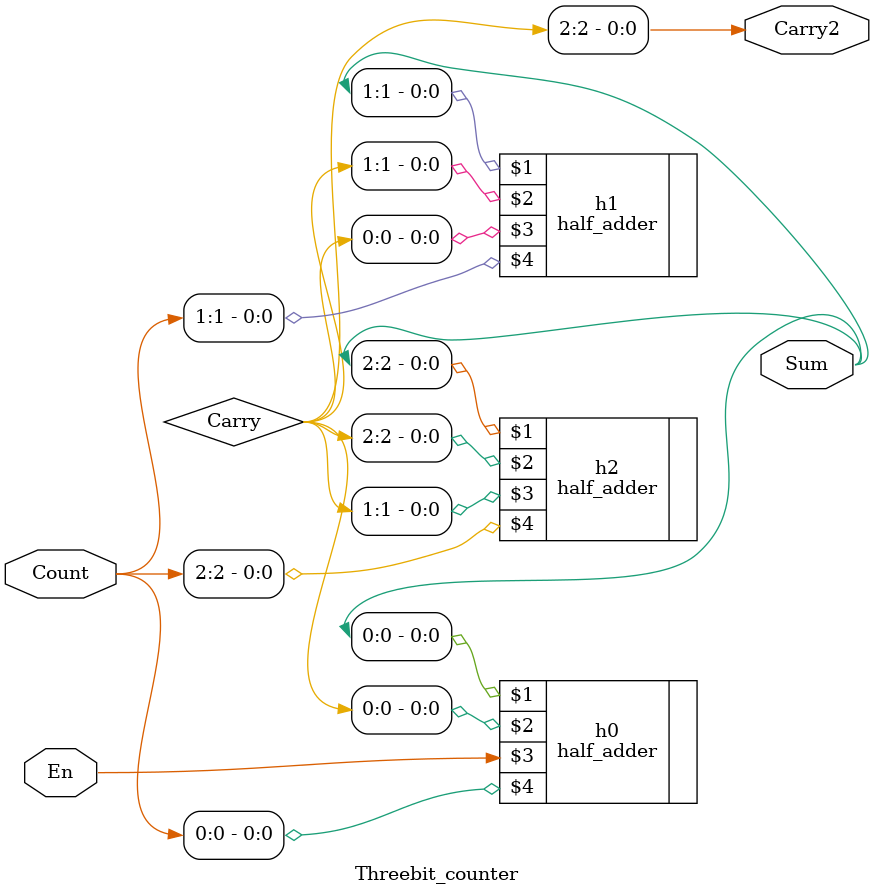
<source format=v>
`timescale 1ns / 1ps
`default_nettype none

module up_counter(Count, Carry2, En, Clk, Rst);
    //instantiating inputs and outputs
    output reg [2:0] Count; //3 bit output
    output wire Carry2; //1 bit output
    input wire En, Clk, Rst; // 1 bit inputs
    
    //intermediate nets
    wire [2:0] Carry, Sum;
    
    Threebit_counter UC1(Sum, Carry2, Count, En);
    
    always@ (posedge Clk or posedge Rst) //If at Clk or Rst posedge
        if (Rst) // if Rst == 1`b1
            Count <= 0; // reset count
        else
            Count <= Sum; //Latch the sum
endmodule


module Threebit_counter(Sum, Carry2, Count, En);
    //declaring variables
    input wire En; // 1 bit
    input wire [2:0]Count; // 3 bit
    output wire [2:0]Sum; // 3 bit
    output wire Carry2; //1 bit
    
    //intermediate net
    wire [2:0]Carry; //3 bit
    
    //Instantiate and wire half-adder
    //S, Cout, A, B
    half_adder h0(Sum[0], Carry[0], En, Count[0]);
    half_adder h1(Sum[1], Carry[1], Carry[0], Count[1]);
    half_adder h2(Sum[2], Carry[2], Carry[1], Count[2]);
    
    assign Carry2 = Carry[2];

endmodule
</source>
